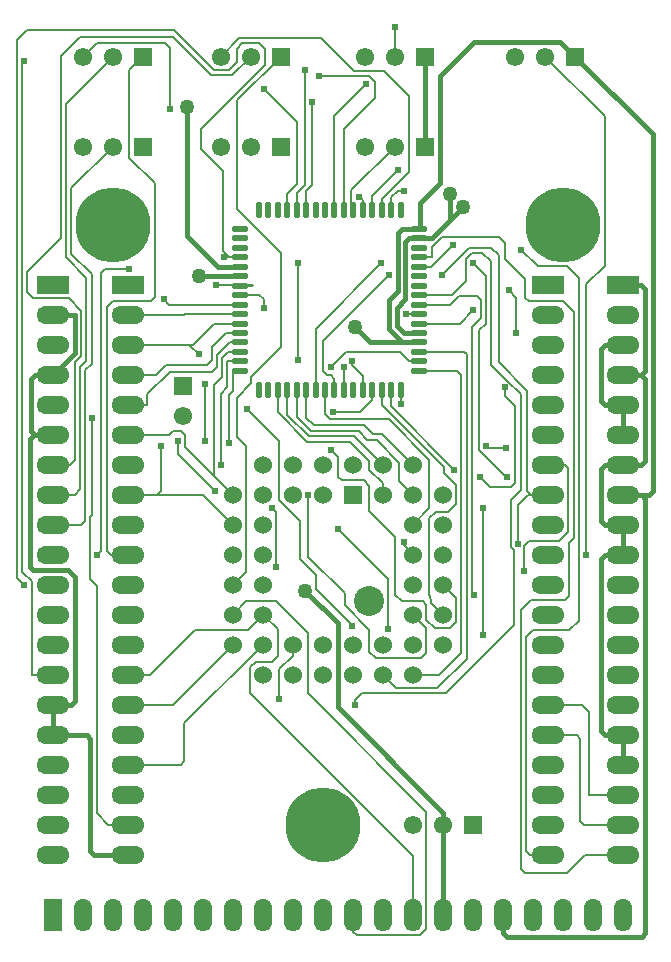
<source format=gtl>
G04 Layer_Physical_Order=1*
G04 Layer_Color=255*
%FSLAX25Y25*%
%MOIN*%
G70*
G01*
G75*
%ADD10O,0.02165X0.05709*%
%ADD11O,0.05709X0.02165*%
%ADD12C,0.00700*%
%ADD13C,0.01600*%
%ADD14C,0.25000*%
%ADD15R,0.11000X0.06000*%
%ADD16O,0.11000X0.06000*%
%ADD17R,0.06000X0.11000*%
%ADD18O,0.06000X0.11000*%
%ADD19C,0.06102*%
%ADD20R,0.06102X0.06102*%
%ADD21R,0.06000X0.06000*%
%ADD22C,0.06000*%
%ADD23R,0.06102X0.06102*%
%ADD24C,0.10000*%
%ADD25C,0.02400*%
%ADD26C,0.05000*%
D10*
X405906Y394882D02*
D03*
X402756D02*
D03*
X399606D02*
D03*
X396457D02*
D03*
X393307D02*
D03*
X390157D02*
D03*
X387008D02*
D03*
X383858D02*
D03*
X380709D02*
D03*
X377559D02*
D03*
X374409D02*
D03*
X371260D02*
D03*
X368110D02*
D03*
X364961D02*
D03*
X361811D02*
D03*
X358661D02*
D03*
Y335039D02*
D03*
X361811D02*
D03*
X364961D02*
D03*
X368110D02*
D03*
X371260D02*
D03*
X374409D02*
D03*
X377559D02*
D03*
X380709D02*
D03*
X383858D02*
D03*
X387008D02*
D03*
X390157D02*
D03*
X393307D02*
D03*
X396457D02*
D03*
X399606D02*
D03*
X402756D02*
D03*
X405906D02*
D03*
D11*
X352362Y388583D02*
D03*
Y385433D02*
D03*
Y382283D02*
D03*
Y379134D02*
D03*
Y375984D02*
D03*
Y372835D02*
D03*
Y369685D02*
D03*
Y366535D02*
D03*
Y363386D02*
D03*
Y360236D02*
D03*
Y357087D02*
D03*
Y353937D02*
D03*
Y350787D02*
D03*
Y347638D02*
D03*
Y344488D02*
D03*
Y341339D02*
D03*
X412205D02*
D03*
Y344488D02*
D03*
Y347638D02*
D03*
Y350787D02*
D03*
Y353937D02*
D03*
Y357087D02*
D03*
Y360236D02*
D03*
Y363386D02*
D03*
Y366535D02*
D03*
Y369685D02*
D03*
Y372835D02*
D03*
Y375984D02*
D03*
Y379134D02*
D03*
Y382283D02*
D03*
Y385433D02*
D03*
Y388583D02*
D03*
D12*
X330000Y230000D02*
X350000Y250000D01*
X315000Y230000D02*
X330000D01*
X355000Y255000D02*
X360000Y260000D01*
X337500Y255000D02*
X355000D01*
X322500Y240000D02*
X337500Y255000D01*
X315000Y240000D02*
X322500D01*
X304800Y280000D02*
X306000Y281200D01*
Y373800D01*
X307500Y375300D01*
X315300D01*
X467800Y280000D02*
Y370200D01*
X473900Y376300D01*
Y426100D01*
X454000Y446000D02*
X473900Y426100D01*
X404000Y446000D02*
Y456000D01*
X399753Y320247D02*
X410000Y310000D01*
X396756Y320247D02*
X399753D01*
X393758Y323244D02*
X396756Y320247D01*
X376906Y323244D02*
X393758D01*
X374409Y325741D02*
X376906Y323244D01*
X374409Y325741D02*
Y335039D01*
X326900Y365300D02*
X328814Y363386D01*
X352362D01*
X315000Y360000D02*
X333600D01*
X333836Y360236D01*
X352362D01*
X334100Y315900D02*
Y320000D01*
X332738Y321362D02*
X334100Y320000D01*
X330000Y321362D02*
X332738D01*
X328638Y320000D02*
X330000Y321362D01*
X315000Y320000D02*
X328638D01*
X340000Y300000D02*
X350000Y290000D01*
X383858Y394882D02*
Y426358D01*
X394450Y436950D01*
X333800Y223800D02*
X360000Y250000D01*
X333800Y211250D02*
Y223800D01*
X332550Y210000D02*
X333800Y211250D01*
X315000Y210000D02*
X332550D01*
X372400Y278550D02*
Y291400D01*
X365500Y298300D02*
X372400Y291400D01*
X365500Y298300D02*
Y317900D01*
X354800Y328600D02*
X365500Y317900D01*
X408700Y344488D02*
X412205D01*
Y347638D02*
X427100D01*
X427900Y346838D01*
Y245420D02*
Y346838D01*
X418130Y235650D02*
X427900Y245420D01*
X404350Y235650D02*
X418130D01*
X400000Y240000D02*
X404350Y235650D01*
X425619Y357087D02*
X430100Y361568D01*
X412205Y357087D02*
X425619D01*
X360000Y260000D02*
X364880Y255120D01*
Y246250D02*
Y255120D01*
X363030Y244400D02*
X364880Y246250D01*
X357550Y244400D02*
X363030D01*
X355600Y242450D02*
X357550Y244400D01*
X355600Y234000D02*
Y242450D01*
Y234000D02*
X410000Y179600D01*
Y160000D02*
Y179600D01*
X390000Y154350D02*
Y160000D01*
Y154350D02*
X391250Y153100D01*
X412500D01*
X414500Y155100D01*
Y194301D01*
X375000Y233801D02*
X414500Y194301D01*
X375000Y233801D02*
Y253800D01*
X364300Y264500D02*
X375000Y253800D01*
X354500Y264500D02*
X364300D01*
X350000Y260000D02*
X354500Y264500D01*
X467050Y190000D02*
X480000D01*
X465800Y191250D02*
X467050Y190000D01*
X465800Y191250D02*
Y218750D01*
X464550Y220000D02*
X465800Y218750D01*
X455000Y220000D02*
X464550D01*
X410000Y240000D02*
X418800D01*
X426100Y247300D01*
Y340000D01*
X424761Y341339D02*
X426100Y340000D01*
X412205Y341339D02*
X424761D01*
X296150Y402150D02*
X310000Y416000D01*
X296150Y380294D02*
Y402150D01*
Y380294D02*
X302900Y373544D01*
Y343750D02*
Y373544D01*
X300700Y341550D02*
X302900Y343750D01*
X300700Y291250D02*
Y341550D01*
X299450Y290000D02*
X300700Y291250D01*
X290000Y290000D02*
X299450D01*
X393307Y394882D02*
Y398293D01*
X392200Y399400D02*
X393307Y398293D01*
X396457Y394882D02*
Y399757D01*
X405100Y408400D01*
X378673Y439573D02*
X395227D01*
X397300Y437500D01*
Y432300D02*
Y437500D01*
X387008Y422008D02*
X397300Y432300D01*
X387008Y394882D02*
Y422008D01*
X416134Y375984D02*
X423450Y383300D01*
X412205Y375984D02*
X416134D01*
X349800Y439800D02*
X356000Y446000D01*
X342600Y439800D02*
X349800D01*
X329900Y452500D02*
X342600Y439800D01*
X298900Y452500D02*
X329900D01*
X292600Y446200D02*
X298900Y452500D01*
X292600Y385500D02*
Y446200D01*
X281450Y374350D02*
X292600Y385500D01*
X281450Y367500D02*
Y374350D01*
Y367500D02*
X283350Y365600D01*
X295250D01*
X299450Y361400D01*
Y346165D02*
Y361400D01*
X297450Y344165D02*
X299450Y346165D01*
X297450Y311650D02*
Y344165D01*
X295800Y310000D02*
X297450Y311650D01*
X290000Y310000D02*
X295800D01*
X351500Y431500D02*
X366000Y446000D01*
X351500Y395100D02*
Y431500D01*
X356200Y337200D02*
Y339200D01*
X351300Y332300D02*
X356200Y337200D01*
X351300Y319200D02*
Y332300D01*
Y319200D02*
X354400Y316100D01*
Y274400D02*
Y316100D01*
X350000Y270000D02*
X354400Y274400D01*
X315500Y441500D02*
X320000Y446000D01*
X315500Y412300D02*
Y441500D01*
Y412300D02*
X324000Y403800D01*
Y365900D02*
Y403800D01*
X322600Y364500D02*
X324000Y365900D01*
X310100Y364500D02*
X322600D01*
X308100Y362500D02*
X310100Y364500D01*
X308100Y281250D02*
Y362500D01*
Y281250D02*
X309350Y280000D01*
X315000D01*
X374409Y394882D02*
Y401200D01*
X376500Y403291D01*
Y431000D01*
X368110Y394882D02*
Y400410D01*
X371300Y403600D01*
Y424250D01*
X360250Y435300D02*
X371300Y424250D01*
X346000Y446000D02*
X352200Y452200D01*
X379500D01*
X390400Y441300D01*
X400382D01*
X408600Y433082D01*
Y407643D02*
Y433082D01*
X399606Y398650D02*
X408600Y407643D01*
X399606Y394882D02*
Y398650D01*
X402756Y394882D02*
Y399256D01*
X404900Y401400D01*
X407000D01*
X328950Y428600D02*
Y449050D01*
X327400Y450600D02*
X328950Y449050D01*
X304600Y450600D02*
X327400D01*
X300000Y446000D02*
X304600Y450600D01*
X432495Y305800D02*
X435795Y302500D01*
X455000Y310000D02*
X460600D01*
X461800Y308800D01*
Y287500D02*
Y308800D01*
X458800Y284500D02*
X461800Y287500D01*
X410000Y290000D02*
X415500Y295500D01*
Y311702D01*
X402002Y325200D02*
X415500Y311702D01*
X382500Y325200D02*
X402002D01*
X380709Y326991D02*
X382500Y325200D01*
X380709Y326991D02*
Y335039D01*
X449350Y300000D02*
X455000D01*
X448000Y301350D02*
X449350Y300000D01*
X438600Y344100D02*
Y379800D01*
X436000Y382400D02*
X438600Y379800D01*
X428700Y382400D02*
X436000D01*
X419700Y373400D02*
X428700Y382400D01*
X379900Y351400D02*
X401900Y373400D01*
X379900Y341150D02*
Y351400D01*
Y341150D02*
X381250Y339800D01*
X382600D01*
X383858Y338542D01*
Y335039D02*
Y338542D01*
X406900Y283100D02*
X410000Y280000D01*
X335400Y350000D02*
X338600Y346800D01*
X315000Y340000D02*
X324300D01*
X327658Y343358D01*
X341416D01*
X343000Y344942D01*
Y349338D01*
X347599Y353937D01*
X352362D01*
X350000Y341339D02*
X352362D01*
X350000Y334500D02*
Y341339D01*
X348800Y333300D02*
X350000Y334500D01*
X348800Y317100D02*
Y333300D01*
X326000Y301250D02*
Y316100D01*
X324750Y300000D02*
X326000Y301250D01*
X315000Y300000D02*
X324750D01*
X407600Y360236D02*
X412205D01*
X446200Y381500D02*
X451550Y376150D01*
X461250D01*
X465300Y372100D01*
Y258000D02*
Y372100D01*
X462200Y254900D02*
X465300Y258000D01*
X450000Y254900D02*
X462200D01*
X447700Y252600D02*
X450000Y254900D01*
X447700Y181319D02*
Y252600D01*
Y181319D02*
X449019Y180000D01*
X455000D01*
X370000Y246300D02*
Y250000D01*
X365500Y241800D02*
X370000Y246300D01*
X365500Y232000D02*
Y241800D01*
X393307Y335039D02*
Y339593D01*
X382600Y315000D02*
X385000Y312600D01*
Y306050D02*
Y312600D01*
Y306050D02*
X386250Y304800D01*
X393750D01*
X395500Y303050D01*
Y294700D02*
Y303050D01*
Y294700D02*
X404200Y286000D01*
Y266700D02*
Y286000D01*
Y266700D02*
X406400Y264500D01*
X413300D01*
X414500Y263300D01*
Y258300D02*
Y263300D01*
Y258300D02*
X417300Y255500D01*
X422400D01*
X424350Y257450D01*
Y265650D01*
X420000Y270000D02*
X424350Y265650D01*
X416050Y263950D02*
X420000Y260000D01*
X415600Y266500D02*
X416050Y263950D01*
X415400Y266700D02*
X415600Y266500D01*
X415400Y266700D02*
Y292250D01*
X417550Y294400D01*
X421800D01*
X424350Y296950D01*
Y303406D01*
X420378Y307379D02*
X424350Y303406D01*
X420378Y307379D02*
Y309229D01*
X399606Y330000D02*
X420378Y309229D01*
X399606Y330000D02*
Y335039D01*
X420873Y233900D02*
X443650Y256677D01*
X436100Y343200D02*
Y377800D01*
X433200Y380700D02*
X436100Y377800D01*
X429554Y380700D02*
X433200D01*
X427600Y378746D02*
X429554Y380700D01*
X427600Y371135D02*
Y378746D01*
X423000Y366535D02*
X427600Y371135D01*
X412205Y366535D02*
X423000D01*
X412205Y363386D02*
X422486D01*
X425300Y366200D01*
X431250D01*
X432650Y364800D01*
Y358850D02*
Y364800D01*
X429700Y355900D02*
X432650Y358850D01*
X429700Y267200D02*
Y355900D01*
Y267200D02*
X430300Y266600D01*
X396457Y331757D02*
Y335039D01*
X375000Y279374D02*
Y300000D01*
Y279374D02*
X387243Y267130D01*
Y263257D02*
Y267130D01*
Y263257D02*
X395500Y255000D01*
Y247600D02*
Y255000D01*
Y247600D02*
X397600Y245500D01*
X412800D01*
X414500Y247200D01*
Y255500D01*
X410000Y260000D02*
X414500Y255500D01*
X467500Y180000D02*
X480000D01*
X461300Y173800D02*
X467500Y180000D01*
X447500Y173800D02*
X461300D01*
X445900Y175400D02*
X447500Y173800D01*
X445900Y175400D02*
Y261550D01*
X449350Y265000D01*
X460650D01*
X461900Y266250D01*
Y284079D01*
X463550Y285729D01*
Y360850D01*
X459900Y364500D02*
X463550Y360850D01*
X448650Y364500D02*
X459900D01*
X447500Y365650D02*
X448650Y364500D01*
X447500Y365650D02*
Y371900D01*
X440700Y378700D02*
X447500Y371900D01*
X440700Y378700D02*
Y383900D01*
X438700Y385900D02*
X440700Y383900D01*
X419791Y385900D02*
X438700D01*
X416500Y382609D02*
X419791Y385900D01*
X416400Y379134D02*
X416500Y382609D01*
X412205Y379134D02*
X416400D01*
X455000Y230000D02*
X466250D01*
X468750Y227500D01*
Y200000D02*
Y227500D01*
Y200000D02*
X480000D01*
X405906Y330400D02*
Y335039D01*
X385200Y288650D02*
X401800Y272050D01*
Y255100D02*
Y272050D01*
X389500Y401500D02*
X404000Y416000D01*
X389500Y397507D02*
Y401500D01*
Y397507D02*
X390157Y396850D01*
Y394882D02*
Y396850D01*
X294300Y430300D02*
X310000Y446000D01*
X294300Y379263D02*
Y430300D01*
Y379263D02*
X301150Y372413D01*
Y344750D02*
Y372413D01*
X299150Y342750D02*
X301150Y344750D01*
X299150Y301850D02*
Y342750D01*
X297300Y300000D02*
X299150Y301850D01*
X290000Y300000D02*
X297300D01*
X371260Y394882D02*
Y400500D01*
X373900Y403140D01*
Y441500D01*
X279750Y444050D02*
X280300Y444600D01*
X279750Y274350D02*
Y444050D01*
Y274350D02*
X283000Y271100D01*
Y240000D02*
Y271100D01*
Y240000D02*
X290000D01*
X278050Y272250D02*
X280300Y270000D01*
X278050Y272250D02*
Y451750D01*
X281300Y455000D01*
X330349D01*
X343849Y441500D01*
X348651D01*
X351300Y444149D01*
Y448650D01*
X353150Y450500D01*
X358750D01*
X360600Y448650D01*
Y443200D02*
Y448650D01*
X339300Y421900D02*
X360600Y443200D01*
X339300Y415200D02*
Y421900D01*
Y415200D02*
X346700Y407800D01*
Y381184D02*
Y407800D01*
X348750Y379134D02*
X352362D01*
X400000Y300000D02*
Y303848D01*
X395500Y308348D02*
X400000Y303848D01*
X395500Y308348D02*
Y311400D01*
X389200Y317700D02*
X395500Y311400D01*
X374706Y317700D02*
X389200D01*
X364961Y327445D02*
X374706Y317700D01*
X364961Y327445D02*
Y335039D01*
X390500Y319500D02*
X400000Y310000D01*
X375310Y319500D02*
X390500D01*
X368110Y326700D02*
X375310Y319500D01*
X368110Y326700D02*
Y335039D01*
X405500Y304500D02*
X410000Y300000D01*
X405500Y304500D02*
Y310652D01*
X397921Y318231D02*
X405500Y310652D01*
X394852Y318231D02*
X397921D01*
X391883Y321200D02*
X394852Y318231D01*
X376014Y321200D02*
X391883D01*
X371260Y325955D02*
X376014Y321200D01*
X371260Y325955D02*
Y335039D01*
X377559D02*
Y355359D01*
X399400Y377200D01*
X430200D02*
X434350Y373050D01*
Y357075D02*
Y373050D01*
X406900Y283100D02*
Y284300D01*
X364350Y276000D02*
Y294350D01*
X363200Y295500D02*
X364350Y294350D01*
X331643Y313757D02*
X344200Y301200D01*
X331643Y313757D02*
Y318000D01*
X340800D02*
Y336800D01*
X343841Y357087D02*
X352362D01*
X336754Y350000D02*
X343841Y357087D01*
X349087Y350787D02*
X352362D01*
X344758Y346458D02*
X349087Y350787D01*
X344758Y342500D02*
Y346458D01*
X343158Y340900D02*
X344758Y342500D01*
X328900Y340900D02*
X343158D01*
X321500Y333500D02*
X328900Y340900D01*
X321500Y330000D02*
Y333500D01*
X315000Y330000D02*
X321500D01*
X348352Y347638D02*
X352362D01*
X346458Y345744D02*
X348352Y347638D01*
X346458Y339324D02*
Y345744D01*
X343602Y336468D02*
X346458Y339324D01*
X343602Y306398D02*
Y336468D01*
Y306398D02*
X350000Y300000D01*
X348158Y344488D02*
X352362D01*
X348158Y335800D02*
Y344488D01*
X346100Y333742D02*
X348158Y335800D01*
X346100Y310000D02*
Y333742D01*
X308500Y190000D02*
X315000D01*
X304700Y193800D02*
X308500Y190000D01*
X304700Y193800D02*
Y269500D01*
X302400Y271800D02*
X304700Y269500D01*
X302400Y271800D02*
Y292550D01*
X303100Y293250D01*
Y325500D01*
X402756Y329494D02*
Y335039D01*
Y329494D02*
X423850Y308400D01*
X433500Y253100D02*
Y295600D01*
X352362Y366535D02*
X358800D01*
X346700Y381184D02*
X348750Y379134D01*
X448350Y300000D02*
X449350D01*
X315000Y350000D02*
X335400D01*
X336754D01*
X334100Y315900D02*
X343602Y306398D01*
X324750Y300000D02*
X340000D01*
X360236Y362205D02*
Y365099D01*
X358800Y366535D02*
X360236Y365099D01*
X351500Y395100D02*
X366142Y380458D01*
X356200Y339200D02*
X366142Y349142D01*
Y380458D01*
X352362Y369685D02*
X356250D01*
X347100Y379134D02*
X348750D01*
X344488Y370079D02*
X356644D01*
X356250Y369685D02*
X356644Y370079D01*
X447200Y274500D02*
Y282850D01*
X448850Y284500D01*
X458800D01*
X444882Y283465D02*
Y296532D01*
X443650Y256677D02*
Y281656D01*
X442732Y282574D02*
X443650Y281656D01*
X442732Y282574D02*
Y298398D01*
X444882Y296532D02*
X448350Y300000D01*
X442732Y298398D02*
X445900Y301566D01*
X435795Y302500D02*
X442658D01*
X444100Y303942D01*
X441191Y305906D02*
X441339D01*
X432102Y314994D02*
Y354827D01*
X434252Y316152D02*
X434656Y315748D01*
X440945D01*
X432102Y314994D02*
X441191Y305906D01*
X432102Y354827D02*
X434350Y357075D01*
X448000Y301350D02*
Y334700D01*
X444100Y303942D02*
Y329500D01*
X438600Y344100D02*
X448000Y334700D01*
X440551Y333049D02*
X444100Y329500D01*
X440551Y333049D02*
Y335827D01*
X436100Y343200D02*
X441323Y337977D01*
X441442D01*
X445900Y333519D01*
Y301566D02*
Y333519D01*
X441900Y368268D02*
X444488Y365680D01*
Y353937D02*
Y365680D01*
X371653Y377153D02*
X371700Y377200D01*
X371653Y344881D02*
Y377153D01*
X383465Y327559D02*
X392259D01*
X396457Y331757D01*
X405588Y347600D02*
X408700Y344488D01*
X382700Y342500D02*
X387800Y347600D01*
X405588D01*
X389682Y343218D02*
X393307Y339593D01*
X389682Y343218D02*
Y344488D01*
X387007Y335040D02*
X387008Y335039D01*
X387007Y335040D02*
Y342519D01*
X389764Y256299D02*
Y256736D01*
X377850Y268650D02*
X389764Y256736D01*
X377850Y268650D02*
Y273100D01*
X372400Y278550D02*
X377850Y273100D01*
X393000Y233900D02*
X420873D01*
X390551Y231451D02*
X393000Y233900D01*
X390551Y229921D02*
Y231451D01*
D13*
X480000Y320000D02*
Y330000D01*
X473950D02*
X480000D01*
X472700Y331250D02*
X473950Y330000D01*
X472700Y331250D02*
Y348750D01*
X473950Y350000D01*
X480000D01*
X290000Y220000D02*
Y230000D01*
X422400Y391550D02*
Y400400D01*
X416283Y385433D02*
X422400Y391550D01*
X412205Y385433D02*
X416283D01*
X408750D02*
X412205D01*
X407500Y384183D02*
X408750Y385433D01*
X407500Y365278D02*
Y384183D01*
X404550Y362328D02*
X407500Y365278D01*
X404550Y356328D02*
Y362328D01*
Y356328D02*
X406941Y353937D01*
X412205D01*
X414000Y416000D02*
Y446000D01*
X282700Y321250D02*
X283950Y320000D01*
X282700Y321250D02*
Y338750D01*
X283950Y340000D01*
X290000D01*
X480000Y210000D02*
Y220000D01*
X473950D02*
X480000D01*
X472700Y221250D02*
X473950Y220000D01*
X472700Y221250D02*
Y278750D01*
X473950Y280000D01*
X480000D01*
Y290000D01*
X473950D02*
X480000D01*
X472700Y291250D02*
X473950Y290000D01*
X472700Y291250D02*
Y308750D01*
X473950Y310000D01*
X480000D01*
X486050D01*
X487300Y311250D01*
Y338750D01*
X486050Y340000D02*
X487300Y338750D01*
X480000Y370000D02*
X486050D01*
X487300Y368750D01*
Y341250D02*
Y368750D01*
X486050Y340000D02*
X487300Y341250D01*
X480000Y340000D02*
X486050D01*
X390550Y356000D02*
X395763Y350787D01*
X486250Y300000D02*
X487500Y298750D01*
Y153950D02*
Y298750D01*
X486250Y152700D02*
X487500Y153950D01*
X441250Y152700D02*
X486250D01*
X440000Y153950D02*
X441250Y152700D01*
X440000Y153950D02*
Y160000D01*
X290000Y220000D02*
X301250D01*
X302500Y218750D01*
Y181250D02*
Y218750D01*
Y181250D02*
X303750Y180000D01*
X315000D01*
X290000Y230000D02*
X296050D01*
X297300Y231250D01*
Y272500D01*
X294900Y274900D02*
X297300Y272500D01*
X283450Y274900D02*
X294900D01*
X282500Y275850D02*
X283450Y274900D01*
X282500Y275850D02*
Y318750D01*
X283750Y320000D01*
X459000Y451000D02*
X464000Y446000D01*
X430500Y451000D02*
X459000D01*
X419100Y439600D02*
X430500Y451000D01*
X419100Y403900D02*
Y439600D01*
X412300Y397100D02*
X419100Y403900D01*
X412300Y388583D02*
Y397100D01*
X412205Y388583D02*
X412300D01*
X406250Y350787D02*
X412205D01*
X401900Y355137D02*
X406250Y350787D01*
X401900Y355137D02*
Y364878D01*
X404900Y367878D01*
Y387233D01*
X406250Y388583D01*
X412205D01*
X488650Y300000D02*
X489900Y301250D01*
Y420100D01*
X464000Y446000D02*
X489900Y420100D01*
X384900Y229125D02*
X420000Y194025D01*
Y190000D02*
Y194025D01*
X290000Y360000D02*
X297300D01*
Y347300D02*
Y360000D01*
X290000Y340000D02*
X297300Y347300D01*
X345000Y375984D02*
X352362D01*
X334700Y386284D02*
Y429250D01*
X420000Y160000D02*
Y190000D01*
X283750Y320000D02*
X283950D01*
X290000D01*
X422400Y391550D02*
X426825Y395975D01*
X395763Y350787D02*
X406250D01*
X480000Y300000D02*
X486250D01*
X488650D01*
X334700Y386284D02*
X345000Y375984D01*
X338646Y372835D02*
X338891Y373079D01*
X352118D02*
X352362Y372835D01*
X338891Y373079D02*
X352118D01*
X384900Y229125D02*
Y257100D01*
X374000Y268000D02*
X384900Y257100D01*
D14*
X380000Y190000D02*
D03*
X310000Y390000D02*
D03*
X460000D02*
D03*
D15*
X290000Y370000D02*
D03*
X480000D02*
D03*
X455000D02*
D03*
X315000D02*
D03*
D16*
X290000Y360000D02*
D03*
Y350000D02*
D03*
Y340000D02*
D03*
Y330000D02*
D03*
Y320000D02*
D03*
Y310000D02*
D03*
Y300000D02*
D03*
Y290000D02*
D03*
Y280000D02*
D03*
Y270000D02*
D03*
Y260000D02*
D03*
Y250000D02*
D03*
Y240000D02*
D03*
Y230000D02*
D03*
Y220000D02*
D03*
Y210000D02*
D03*
Y200000D02*
D03*
Y190000D02*
D03*
Y180000D02*
D03*
X480000Y360000D02*
D03*
Y350000D02*
D03*
Y340000D02*
D03*
Y330000D02*
D03*
Y320000D02*
D03*
Y310000D02*
D03*
Y300000D02*
D03*
Y290000D02*
D03*
Y280000D02*
D03*
Y270000D02*
D03*
Y260000D02*
D03*
Y250000D02*
D03*
Y240000D02*
D03*
Y230000D02*
D03*
Y220000D02*
D03*
Y210000D02*
D03*
Y200000D02*
D03*
Y190000D02*
D03*
Y180000D02*
D03*
X455000Y360000D02*
D03*
Y350000D02*
D03*
Y340000D02*
D03*
Y330000D02*
D03*
Y320000D02*
D03*
Y310000D02*
D03*
Y300000D02*
D03*
Y290000D02*
D03*
Y280000D02*
D03*
Y270000D02*
D03*
Y260000D02*
D03*
Y250000D02*
D03*
Y240000D02*
D03*
Y230000D02*
D03*
Y220000D02*
D03*
Y210000D02*
D03*
Y200000D02*
D03*
Y190000D02*
D03*
Y180000D02*
D03*
X315000Y360000D02*
D03*
Y350000D02*
D03*
Y340000D02*
D03*
Y330000D02*
D03*
Y320000D02*
D03*
Y310000D02*
D03*
Y300000D02*
D03*
Y290000D02*
D03*
Y280000D02*
D03*
Y270000D02*
D03*
Y260000D02*
D03*
Y250000D02*
D03*
Y240000D02*
D03*
Y230000D02*
D03*
Y220000D02*
D03*
Y210000D02*
D03*
Y200000D02*
D03*
Y190000D02*
D03*
Y180000D02*
D03*
D17*
X290000Y160000D02*
D03*
D18*
X300000D02*
D03*
X310000D02*
D03*
X320000D02*
D03*
X330000D02*
D03*
X340000D02*
D03*
X350000D02*
D03*
X360000D02*
D03*
X370000D02*
D03*
X380000D02*
D03*
X390000D02*
D03*
X400000D02*
D03*
X410000D02*
D03*
X420000D02*
D03*
X430000D02*
D03*
X440000D02*
D03*
X450000D02*
D03*
X460000D02*
D03*
X470000D02*
D03*
X480000D02*
D03*
D19*
X444000Y446000D02*
D03*
X454000D02*
D03*
X394000D02*
D03*
X404000D02*
D03*
X356000D02*
D03*
X346000D02*
D03*
X310000D02*
D03*
X300000D02*
D03*
X356000Y416000D02*
D03*
X346000D02*
D03*
X310000D02*
D03*
X300000D02*
D03*
X404000D02*
D03*
X394000D02*
D03*
X420000Y190000D02*
D03*
X410000D02*
D03*
X333300Y326300D02*
D03*
D20*
X464000Y446000D02*
D03*
X414000D02*
D03*
X366000D02*
D03*
X320000D02*
D03*
X366000Y416000D02*
D03*
X320000D02*
D03*
X414000D02*
D03*
X430000Y190000D02*
D03*
D21*
X390000Y300000D02*
D03*
D22*
X410000Y310000D02*
D03*
X350000Y290000D02*
D03*
Y280000D02*
D03*
Y270000D02*
D03*
Y260000D02*
D03*
Y250000D02*
D03*
X360000D02*
D03*
X380000Y310000D02*
D03*
X360000Y290000D02*
D03*
Y280000D02*
D03*
Y270000D02*
D03*
Y260000D02*
D03*
Y240000D02*
D03*
X380000Y300000D02*
D03*
X370000D02*
D03*
Y250000D02*
D03*
Y240000D02*
D03*
Y310000D02*
D03*
X410000Y300000D02*
D03*
X380000Y250000D02*
D03*
Y240000D02*
D03*
X400000Y310000D02*
D03*
X390000D02*
D03*
Y250000D02*
D03*
Y240000D02*
D03*
X360000Y310000D02*
D03*
X400000Y300000D02*
D03*
Y250000D02*
D03*
Y240000D02*
D03*
X350000Y300000D02*
D03*
X410000Y290000D02*
D03*
Y280000D02*
D03*
Y270000D02*
D03*
Y260000D02*
D03*
Y240000D02*
D03*
X360000Y300000D02*
D03*
X420000D02*
D03*
Y290000D02*
D03*
Y280000D02*
D03*
Y270000D02*
D03*
Y260000D02*
D03*
Y250000D02*
D03*
X410000D02*
D03*
D23*
X333300Y336300D02*
D03*
D24*
X395276Y264567D02*
D03*
D25*
X304800Y280000D02*
D03*
X315300Y375300D02*
D03*
X467800Y280000D02*
D03*
X404000Y456000D02*
D03*
X441900Y368268D02*
D03*
X326900Y365300D02*
D03*
X394450Y436950D02*
D03*
X354800Y328600D02*
D03*
X430100Y361568D02*
D03*
X392200Y399400D02*
D03*
X405100Y408400D02*
D03*
X378673Y439573D02*
D03*
X423450Y383300D02*
D03*
X376500Y431000D02*
D03*
X360250Y435300D02*
D03*
X407000Y401400D02*
D03*
X328950Y428600D02*
D03*
X432495Y305800D02*
D03*
X447200Y274500D02*
D03*
X419700Y373400D02*
D03*
X401900D02*
D03*
X371700Y377200D02*
D03*
X338600Y346800D02*
D03*
X348800Y317100D02*
D03*
X326000Y316100D02*
D03*
X407600Y360236D02*
D03*
X446200Y381500D02*
D03*
X365500Y232000D02*
D03*
X382600Y315000D02*
D03*
X430300Y266600D02*
D03*
X375000Y300000D02*
D03*
X405906Y330400D02*
D03*
X385200Y288650D02*
D03*
X401800Y255100D02*
D03*
X373900Y441500D02*
D03*
X280300Y444600D02*
D03*
Y270000D02*
D03*
X399400Y377200D02*
D03*
X430200D02*
D03*
X406900Y284300D02*
D03*
X364350Y276000D02*
D03*
X363200Y295500D02*
D03*
X344200Y301200D02*
D03*
X331643Y318000D02*
D03*
X340800D02*
D03*
Y336800D02*
D03*
X346100Y310000D02*
D03*
X303100Y325500D02*
D03*
X423850Y308400D02*
D03*
X433500Y295600D02*
D03*
Y253100D02*
D03*
X360236Y362205D02*
D03*
X347100Y379134D02*
D03*
X344488Y370079D02*
D03*
X444882Y283465D02*
D03*
X441339Y305906D02*
D03*
X440945Y315748D02*
D03*
X434252Y316152D02*
D03*
X440551Y335827D02*
D03*
X444488Y353937D02*
D03*
X382700Y342500D02*
D03*
X371653Y344881D02*
D03*
X383465Y327559D02*
D03*
X389682Y344488D02*
D03*
X387007Y342519D02*
D03*
X389764Y256299D02*
D03*
X390551Y229921D02*
D03*
D26*
X422400Y400400D02*
D03*
X390550Y356000D02*
D03*
X426825Y395975D02*
D03*
X374000Y268000D02*
D03*
X334700Y429250D02*
D03*
X338646Y372835D02*
D03*
M02*

</source>
